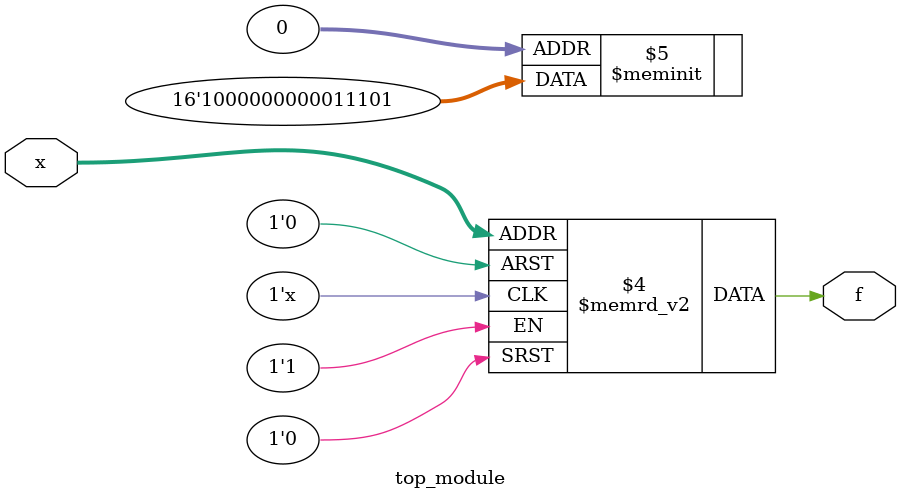
<source format=sv>
module top_module (
	input [4:1] x,
	output logic f
);

	always_comb begin
		case (x)
			4'b0000: f = 1;
			4'b0001: f = 0;
			4'b0011: f = 1;
			4'b0010: f = 1;
			4'b0110: f = 0;
			4'b0101: f = 0;
			4'b1111: f = 1;
			4'b0100: f = 1;
			default: f = 0;
		endcase
	end

endmodule

</source>
